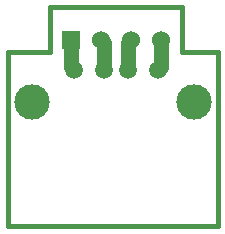
<source format=gbl>
G04 (created by PCBNEW-RS274X (2012-apr-16-27)-stable) date dim. 02 juin 2013 02:33:15 CST*
G01*
G70*
G90*
%MOIN*%
G04 Gerber Fmt 3.4, Leading zero omitted, Abs format*
%FSLAX34Y34*%
G04 APERTURE LIST*
%ADD10C,0.006000*%
%ADD11C,0.015000*%
%ADD12C,0.059100*%
%ADD13C,0.118100*%
%ADD14R,0.060000X0.060000*%
%ADD15C,0.060000*%
%ADD16C,0.050000*%
G04 APERTURE END LIST*
G54D10*
G54D11*
X48400Y-34400D02*
X48400Y-32900D01*
X44000Y-32900D02*
X44000Y-34400D01*
X44000Y-32900D02*
X48400Y-32900D01*
X49600Y-34400D02*
X49600Y-40200D01*
X42600Y-40200D02*
X42600Y-34400D01*
X44000Y-34400D02*
X42600Y-34400D01*
X49600Y-34400D02*
X48400Y-34400D01*
X49600Y-40200D02*
X42600Y-40200D01*
G54D12*
X47600Y-35000D03*
X46600Y-35000D03*
X45800Y-35000D03*
X44800Y-35000D03*
G54D13*
X48800Y-36050D03*
X43400Y-36050D03*
G54D14*
X44700Y-34000D03*
G54D15*
X45700Y-34000D03*
X46700Y-34000D03*
X47700Y-34000D03*
G54D16*
X47600Y-35000D02*
X47700Y-34900D01*
X47700Y-34900D02*
X47700Y-34000D01*
X46600Y-35000D02*
X46600Y-34100D01*
X46600Y-34100D02*
X46700Y-34000D01*
X45800Y-35000D02*
X45800Y-34100D01*
X45800Y-34100D02*
X45700Y-34000D01*
X44700Y-34000D02*
X44700Y-34900D01*
X44700Y-34900D02*
X44800Y-35000D01*
M02*

</source>
